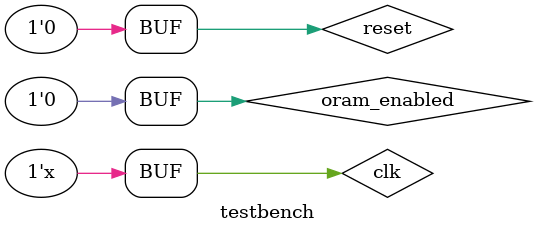
<source format=sv>
`include "interface.sv"
`include "mem_interface.sv"
`include "test.sv"

module testbench;

	bit clk;
	bit reset;
	bit oram_enabled;

	always #10 clk = ~clk;

	initial begin
		reset = 1;
		#10 reset = 0;
	end

	always #10 oram_enabled = 0;

	intf ex_intf(clk, reset, oram_enabled);
	mem_intf ex_memintf(clk, reset);
	//test ex_test(ex_intf);		// ORAM Test
	sequential_test ex_test(ex_intf);	// Sequential Test (Without ORAM)

	Handler DUT (
		.clk(ex_intf.clk),
		.reset(ex_intf.reset),
		.enabled(ex_intf.oram_enabled),
		.rw(ex_intf.rw),
		.o_we(ex_intf.we),
		.o_re(ex_intf.re),
		.o_oe(ex_intf.oe),
		.original_address(ex_intf.original_address),
		.original_data(ex_intf.original_data),
		.requested_address(ex_intf.requested_address),
		.requested_data(ex_intf.requested_data),
		.random_address(ex_memintf.random_address),
		.random_requested_address(ex_memintf.random_requested_address),
		.random_write_data(ex_memintf.random_write_data),
		.random_read_data(ex_memintf.random_read_data),
		.we(ex_memintf.we),
		.re(ex_memintf.re),
		.oe(ex_memintf.oe)
	);

	ExampleRAM RAM (
		.clk(ex_intf.clk),
		.address(ex_memintf.random_address),
		.raddress(ex_memintf.random_requested_address),
		.wdata(ex_memintf.random_write_data),
		.rdata(ex_memintf.random_read_data),
		.we(ex_memintf.we),
		.re(ex_memintf.re),
		.oe(ex_memintf.oe)
	);

endmodule
</source>
